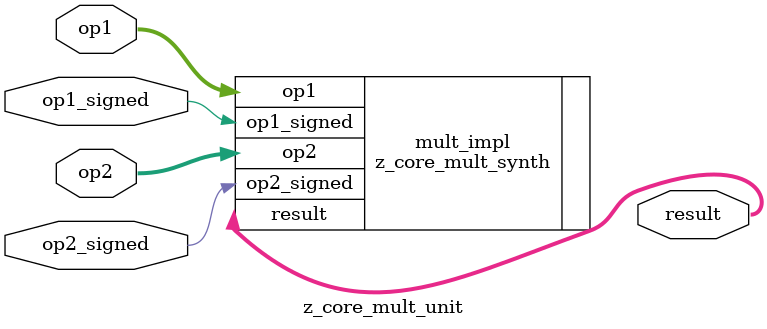
<source format=v>
/*

Copyright (c) 2025 Pau Díaz Cuesta

Permission is hereby granted, free of charge, to any person obtaining a copy
of this software and associated documentation files (the "Software"), to deal
in the Software without restriction, including without limitation the rights
to use, copy, modify, merge, publish, distribute, sublicense, and/or sell
copies of the Software, and to permit persons to whom the Software is
furnished to do so, subject to the following conditions:

The above copyright notice and this permission notice shall be included in all
copies or substantial portions of the Software.

THE SOFTWARE IS PROVIDED "AS IS", WITHOUT WARRANTY OF ANY KIND, EXPRESS OR
IMPLIED, INCLUDING BUT NOT LIMITED TO THE WARRANTIES OF MERCHANTABILITY,
FITNESS FOR A PARTICULAR PURPOSE AND NONINFRINGEMENT. IN NO EVENT SHALL THE
AUTHORS OR COPYRIGHT HOLDERS BE LIABLE FOR ANY CLAIM, DAMAGES OR OTHER
LIABILITY, WHETHER IN AN ACTION OF CONTRACT, TORT OR OTHERWISE, ARISING FROM,
OUT OF OR IN CONNECTION WITH THE SOFTWARE OR THE USE OR OTHER DEALINGS IN THE
SOFTWARE.

*/

// ============================================================================
// Multiplier Unit Wrapper
// 32-bit x 32-bit = 64-bit multiplication
//
// Change the include and instantiation below to switch implementations:
// - z_core_mult_tree  : Educational tree-based (62 adders)
// - z_core_mult_synth : Synthesis-optimized (* operator)
//
// RISC-V M Extension: MUL, MULH, MULHSU, MULHU
// ============================================================================

// === SELECT IMPLEMENTATION HERE ===
// `define USE_TREE_MULTIPLIER  // Uncomment for educational tree version

//`ifdef USE_TREE_MULTIPLIER
  //  `include "rtl/z_core_mult_tree.v"
//`else
  //  `include "rtl/z_core_mult_synth.v"
//`endif


module z_core_mult_unit (
    input [31:0] op1,
    input [31:0] op2,
    input        op1_signed,
    input        op2_signed,
    output [63:0] result
);

`ifdef USE_TREE_MULTIPLIER
    z_core_mult_tree mult_impl (
        .op1(op1),
        .op2(op2),
        .op1_signed(op1_signed),
        .op2_signed(op2_signed),
        .result(result)
    );
`else
    z_core_mult_synth mult_impl (
        .op1(op1),
        .op2(op2),
        .op1_signed(op1_signed),
        .op2_signed(op2_signed),
        .result(result)
    );
`endif

endmodule

</source>
